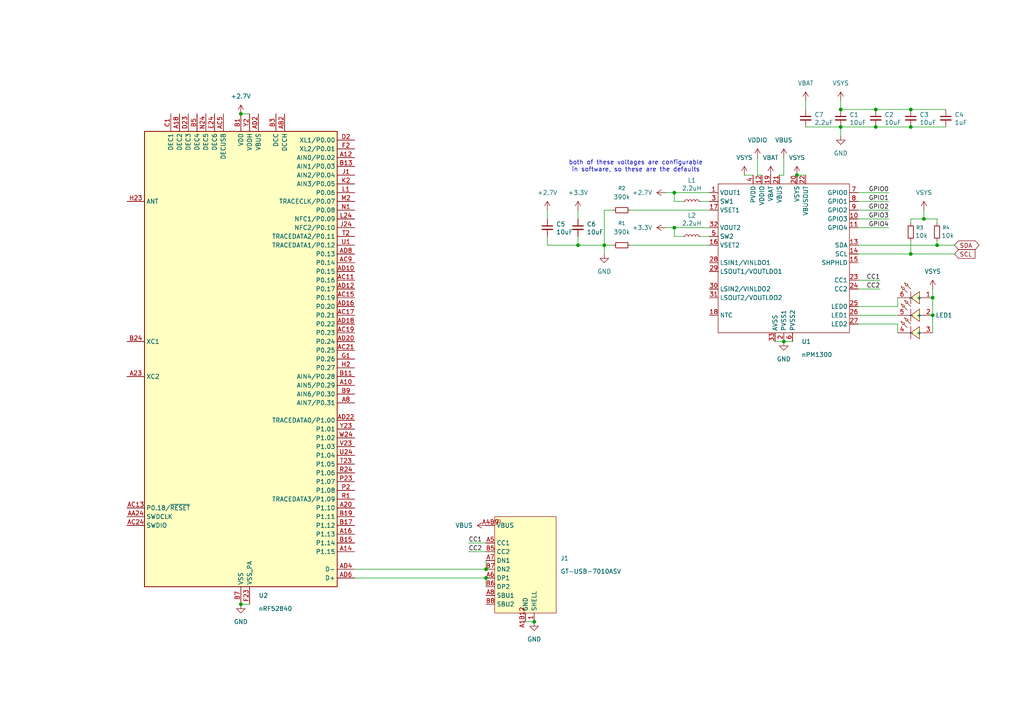
<source format=kicad_sch>
(kicad_sch (version 20250114) (generator "eeschema") (generator_version "9.0")
  (paper "A4")
  (lib_symbols
    (symbol "Device:C_Small" (pin_numbers (hide yes)) (pin_names (offset 0.254) (hide yes))
      (property "Reference" "C" (at 0.254 1.778 0))
      (property "Value" "C_Small" (at 0.254 -2.032 0))
      (symbol "C_Small_0_1"
        (polyline (pts (xy -1.524 0.508) (xy 1.524 0.508)) (stroke (width 0.3048)))
        (polyline (pts (xy -1.524 -0.508) (xy 1.524 -0.508)) (stroke (width 0.3302)))
      )
      (symbol "C_Small_1_1"
        (pin passive line (at 0 2.54 270) (length 2.032) (name "~") (number "1"))
        (pin passive line (at 0 -2.54 90) (length 2.032) (name "~") (number "2"))
      )
    )
    (symbol "Device:L_Small" (pin_numbers (hide yes)) (pin_names (offset 0.254) (hide yes))
      (property "Reference" "L" (at 0.762 1.016 0))
      (property "Value" "L_Small" (at 0.762 -1.016 0))
      (symbol "L_Small_0_1"
        (arc (start 0 2.032) (mid 0.5058 1.524) (end 0 1.016))
        (arc (start 0 1.016) (mid 0.5058 0.508) (end 0 0))
        (arc (start 0 0) (mid 0.5058 -0.508) (end 0 -1.016))
        (arc (start 0 -1.016) (mid 0.5058 -1.524) (end 0 -2.032))
      )
      (symbol "L_Small_1_1"
        (pin passive line (at 0 2.54 270) (length 0.508) (name "~") (number "1"))
        (pin passive line (at 0 -2.54 90) (length 0.508) (name "~") (number "2"))
      )
    )
    (symbol "Device:R_Small" (pin_numbers (hide yes)) (pin_names (offset 0.254) (hide yes))
      (property "Reference" "R" (at 0 0 90))
      (property "Value" "R_Small" (at 1.778 0 90))
      (symbol "R_Small_0_1"
        (rectangle (start -0.762 1.778) (end 0.762 -1.778) (stroke (width 0.2032)))
      )
      (symbol "R_Small_1_1"
        (pin passive line (at 0 2.54 270) (length 0.762) (name "~") (number "1"))
        (pin passive line (at 0 -2.54 90) (length 0.762) (name "~") (number "2"))
      )
    )
    (symbol "MCU_Nordic:nRF52840"
      (property "Reference" "U" (at 0 5.08 0))
      (property "Value" "nRF52840" (at 0 2.54 0))
      (symbol "nRF52840_0_1"
        (rectangle (start -27.94 66.04) (end 27.94 -66.04) (stroke (width 0.254)) (fill (type background)))
      )
      (symbol "nRF52840_1_1"
        (pin passive line (at -33.02 45.72 0) (length 5.08) (name "ANT") (number "H23"))
        (pin input line (at -33.02 5.08 0) (length 5.08) (name "XC1") (number "B24"))
        (pin input line (at -33.02 -5.08 0) (length 5.08) (name "XC2") (number "A23"))
        (pin bidirectional line (at -33.02 -43.18 0) (length 5.08) (name "P0.18/~{RESET}") (number "AC13"))
        (pin input line (at -33.02 -45.72 0) (length 5.08) (name "SWDCLK") (number "AA24"))
        (pin bidirectional line (at -33.02 -48.26 0) (length 5.08) (name "SWDIO") (number "AC24"))
        (pin passive line (at -20.32 71.12 270) (length 5.08) (name "DEC1") (number "C1"))
        (pin passive line (at -17.78 71.12 270) (length 5.08) (name "DEC2") (number "A18"))
        (pin passive line (at -15.24 71.12 270) (length 5.08) (name "DEC3") (number "D23"))
        (pin passive line (at -12.7 71.12 270) (length 5.08) (name "DEC4") (number "B5"))
        (pin passive line (at -10.16 71.12 270) (length 5.08) (name "DEC5") (number "N24"))
        (pin passive line (at -7.62 71.12 270) (length 5.08) (name "DEC6") (number "E24"))
        (pin passive line (at -5.08 71.12 270) (length 5.08) (name "DECUSB") (number "AC5"))
        (pin passive line (at 0 71.12 270) (length 5.08) (hide yes) (name "VDD") (number "A22"))
        (pin passive line (at 0 71.12 270) (length 5.08) (hide yes) (name "VDD") (number "AD14"))
        (pin passive line (at 0 71.12 270) (length 5.08) (hide yes) (name "VDD") (number "AD23"))
        (pin power_in line (at 0 71.12 270) (length 5.08) (name "VDD") (number "B1"))
        (pin passive line (at 0 71.12 270) (length 5.08) (hide yes) (name "VDD") (number "W1"))
        (pin power_in line (at 0 -71.12 90) (length 5.08) (name "VSS") (number "B7"))
        (pin passive line (at 0 -71.12 90) (length 5.08) (hide yes) (name "VSS") (number "EP"))
        (pin power_in line (at 2.54 71.12 270) (length 5.08) (name "VDDH") (number "Y2"))
        (pin power_in line (at 2.54 -71.12 90) (length 5.08) (name "VSS_PA") (number "F23"))
        (pin power_in line (at 5.08 71.12 270) (length 5.08) (name "VBUS") (number "AD2"))
        (pin power_out line (at 10.16 71.12 270) (length 5.08) (name "DCC") (number "B3"))
        (pin power_out line (at 12.7 71.12 270) (length 5.08) (name "DCCH") (number "AB2"))
        (pin bidirectional line (at 33.02 63.5 180) (length 5.08) (name "XL1/P0.00") (number "D2"))
        (pin bidirectional line (at 33.02 60.96 180) (length 5.08) (name "XL2/P0.01") (number "F2"))
        (pin bidirectional line (at 33.02 58.42 180) (length 5.08) (name "AIN0/P0.02") (number "A12"))
        (pin bidirectional line (at 33.02 55.88 180) (length 5.08) (name "AIN1/P0.03") (number "B13"))
        (pin bidirectional line (at 33.02 53.34 180) (length 5.08) (name "AIN2/P0.04") (number "J1"))
        (pin bidirectional line (at 33.02 50.8 180) (length 5.08) (name "AIN3/P0.05") (number "K2"))
        (pin bidirectional line (at 33.02 48.26 180) (length 5.08) (name "P0.06") (number "L1"))
        (pin bidirectional line (at 33.02 45.72 180) (length 5.08) (name "TRACECLK/P0.07") (number "M2"))
        (pin bidirectional line (at 33.02 43.18 180) (length 5.08) (name "P0.08") (number "N1"))
        (pin bidirectional line (at 33.02 40.64 180) (length 5.08) (name "NFC1/P0.09") (number "L24"))
        (pin bidirectional line (at 33.02 38.1 180) (length 5.08) (name "NFC2/P0.10") (number "J24"))
        (pin bidirectional line (at 33.02 35.56 180) (length 5.08) (name "TRACEDATA2/P0.11") (number "T2"))
        (pin bidirectional line (at 33.02 33.02 180) (length 5.08) (name "TRACEDATA1/P0.12") (number "U1"))
        (pin bidirectional line (at 33.02 30.48 180) (length 5.08) (name "P0.13") (number "AD8"))
        (pin bidirectional line (at 33.02 27.94 180) (length 5.08) (name "P0.14") (number "AC9"))
        (pin bidirectional line (at 33.02 25.4 180) (length 5.08) (name "P0.15") (number "AD10"))
        (pin bidirectional line (at 33.02 22.86 180) (length 5.08) (name "P0.16") (number "AC11"))
        (pin bidirectional line (at 33.02 20.32 180) (length 5.08) (name "P0.17") (number "AD12"))
        (pin bidirectional line (at 33.02 17.78 180) (length 5.08) (name "P0.19") (number "AC15"))
        (pin bidirectional line (at 33.02 15.24 180) (length 5.08) (name "P0.20") (number "AD16"))
        (pin bidirectional line (at 33.02 12.7 180) (length 5.08) (name "P0.21") (number "AC17"))
        (pin bidirectional line (at 33.02 10.16 180) (length 5.08) (name "P0.22") (number "AD18"))
        (pin bidirectional line (at 33.02 7.62 180) (length 5.08) (name "P0.23") (number "AC19"))
        (pin bidirectional line (at 33.02 5.08 180) (length 5.08) (name "P0.24") (number "AD20"))
        (pin bidirectional line (at 33.02 2.54 180) (length 5.08) (name "P0.25") (number "AC21"))
        (pin bidirectional line (at 33.02 0 180) (length 5.08) (name "P0.26") (number "G1"))
        (pin bidirectional line (at 33.02 -2.54 180) (length 5.08) (name "P0.27") (number "H2"))
        (pin bidirectional line (at 33.02 -5.08 180) (length 5.08) (name "AIN4/P0.28") (number "B11"))
        (pin bidirectional line (at 33.02 -7.62 180) (length 5.08) (name "AIN5/P0.29") (number "A10"))
        (pin bidirectional line (at 33.02 -10.16 180) (length 5.08) (name "AIN6/P0.30") (number "B9"))
        (pin bidirectional line (at 33.02 -12.7 180) (length 5.08) (name "AIN7/P0.31") (number "A8"))
        (pin bidirectional line (at 33.02 -17.78 180) (length 5.08) (name "TRACEDATA0/P1.00") (number "AD22"))
        (pin bidirectional line (at 33.02 -20.32 180) (length 5.08) (name "P1.01") (number "Y23"))
        (pin bidirectional line (at 33.02 -22.86 180) (length 5.08) (name "P1.02") (number "W24"))
        (pin bidirectional line (at 33.02 -25.4 180) (length 5.08) (name "P1.03") (number "V23"))
        (pin bidirectional line (at 33.02 -27.94 180) (length 5.08) (name "P1.04") (number "U24"))
        (pin bidirectional line (at 33.02 -30.48 180) (length 5.08) (name "P1.05") (number "T23"))
        (pin bidirectional line (at 33.02 -33.02 180) (length 5.08) (name "P1.06") (number "R24"))
        (pin bidirectional line (at 33.02 -35.56 180) (length 5.08) (name "P1.07") (number "P23"))
        (pin bidirectional line (at 33.02 -38.1 180) (length 5.08) (name "P1.08") (number "P2"))
        (pin bidirectional line (at 33.02 -40.64 180) (length 5.08) (name "TRACEDATA3/P1.09") (number "R1"))
        (pin bidirectional line (at 33.02 -43.18 180) (length 5.08) (name "P1.10") (number "A20"))
        (pin bidirectional line (at 33.02 -45.72 180) (length 5.08) (name "P1.11") (number "B19"))
        (pin bidirectional line (at 33.02 -48.26 180) (length 5.08) (name "P1.12") (number "B17"))
        (pin bidirectional line (at 33.02 -50.8 180) (length 5.08) (name "P1.13") (number "A16"))
        (pin bidirectional line (at 33.02 -53.34 180) (length 5.08) (name "P1.14") (number "B15"))
        (pin bidirectional line (at 33.02 -55.88 180) (length 5.08) (name "P1.15") (number "A14"))
        (pin bidirectional line (at 33.02 -60.96 180) (length 5.08) (name "D-") (number "AD4"))
        (pin bidirectional line (at 33.02 -63.5 180) (length 5.08) (name "D+") (number "AD6"))
      )
    )
    (symbol "easyeda2kicad:GT-USB-7010ASV"
      (property "Reference" "J" (at -0.254 22.86 0))
      (property "Value" "GT-USB-7010ASV" (at -0.762 19.558 0))
      (symbol "GT-USB-7010ASV_0_1"
        (rectangle (start -10.16 17.78) (end 7.62 -10.16) (fill (type background)))
        (circle (center -8.89 16.51) (radius 0.38))
        (pin unspecified line (at -12.7 10.16 0) (length 2.54) (name "CC1") (number "A5"))
        (pin unspecified line (at -12.7 7.62 0) (length 2.54) (name "CC2") (number "B5"))
        (pin unspecified line (at -12.7 5.08 0) (length 2.54) (name "DN1") (number "A7"))
        (pin unspecified line (at -12.7 2.54 0) (length 2.54) (name "DN2") (number "B7"))
        (pin unspecified line (at -12.7 0 0) (length 2.54) (name "DP1") (number "A6"))
        (pin unspecified line (at -12.7 -2.54 0) (length 2.54) (name "DP2") (number "B6"))
        (pin unspecified line (at -12.7 -5.08 0) (length 2.54) (name "SBU1") (number "A8"))
        (pin unspecified line (at -12.7 -7.62 0) (length 2.54) (name "SBU2") (number "B8"))
      )
      (symbol "GT-USB-7010ASV_1_1"
        (pin unspecified line (at -12.7 15.24 0) (length 2.54) (name "VBUS") (number "A4B9"))
        (pin unspecified line (at -12.7 15.24 0) (length 2.54) (hide yes) (name "VBUS") (number "B4A9"))
        (pin unspecified line (at -1.27 -12.7 90) (length 2.54) (name "GND") (number "A1B12"))
        (pin unspecified line (at -1.27 -12.7 90) (length 2.54) (hide yes) (name "GND") (number "B1A12"))
        (pin unspecified line (at 1.27 -12.7 90) (length 2.54) (name "SHELL") (number "1"))
        (pin unspecified line (at 1.27 -12.7 90) (length 2.54) (hide yes) (name "SHELL") (number "2"))
        (pin unspecified line (at 1.27 -12.7 90) (length 2.54) (hide yes) (name "SHELL") (number "3"))
        (pin unspecified line (at 1.27 -12.7 90) (length 2.54) (hide yes) (name "SHELL") (number "4"))
      )
    )
    (symbol "easyeda2kicad:TC5050RGBF08-3CJH-AF53A"
      (property "Reference" "LED" (at 0 10.16 0))
      (property "Value" "TC5050RGBF08-3CJH-AF53A" (at 0 -10.16 0))
      (symbol "TC5050RGBF08-3CJH-AF53A_0_1"
        (polyline (pts (xy -2.54 5.08) (xy -1.27 5.08)))
        (polyline (pts (xy -2.54 0) (xy -1.27 0)))
        (polyline (pts (xy -2.54 -5.08) (xy -1.27 -5.08)))
        (polyline (pts (xy -1.27 6.86) (xy 1.27 5.08) (xy -1.27 3.3) (xy -1.27 6.86)) (fill (type background)))
        (polyline (pts (xy -1.27 1.78) (xy 1.27 0) (xy -1.27 -1.78) (xy -1.27 1.78)) (fill (type background)))
        (polyline (pts (xy -1.27 -3.3) (xy 1.27 -5.08) (xy -1.27 -6.86) (xy -1.27 -3.3)) (fill (type background)))
        (polyline (pts (xy 1.27 7.62) (xy 2.29 8.64) (xy 1.27 7.62)) (fill (type background)))
        (polyline (pts (xy 1.27 6.86) (xy 1.27 3.3)))
        (polyline (pts (xy 1.27 5.08) (xy 2.54 5.08)))
        (polyline (pts (xy 1.27 2.54) (xy 2.29 3.56) (xy 1.27 2.54)) (fill (type background)))
        (polyline (pts (xy 1.27 1.78) (xy 1.27 -1.78)))
        (polyline (pts (xy 1.27 0) (xy 2.54 0)))
        (polyline (pts (xy 1.27 -2.54) (xy 2.29 -1.52) (xy 1.27 -2.54)) (fill (type background)))
        (polyline (pts (xy 1.27 -3.3) (xy 1.27 -6.86)))
        (polyline (pts (xy 1.27 -5.08) (xy 2.54 -5.08)))
        (polyline (pts (xy 2.29 6.6) (xy 3.3 7.62) (xy 2.29 6.6)) (fill (type background)))
        (polyline (pts (xy 2.29 1.52) (xy 3.3 2.54) (xy 2.29 1.52)) (fill (type background)))
        (polyline (pts (xy 2.29 -3.56) (xy 3.3 -2.54) (xy 2.29 -3.56)) (fill (type background)))
        (polyline (pts (xy 3.05 9.4) (xy 2.03 8.89) (xy 2.54 8.38) (xy 3.05 9.4)) (fill (type background)))
        (polyline (pts (xy 3.05 4.32) (xy 2.03 3.81) (xy 2.54 3.3) (xy 3.05 4.32)) (fill (type background)))
        (polyline (pts (xy 3.05 -0.76) (xy 2.03 -1.27) (xy 2.54 -1.78) (xy 3.05 -0.76)) (fill (type background)))
        (polyline (pts (xy 4.06 8.38) (xy 3.05 7.87) (xy 3.56 7.37) (xy 4.06 8.38)) (fill (type background)))
        (polyline (pts (xy 4.06 3.3) (xy 3.05 2.79) (xy 3.56 2.29) (xy 4.06 3.3)) (fill (type background)))
        (polyline (pts (xy 4.06 -1.78) (xy 3.05 -2.29) (xy 3.56 -2.79) (xy 4.06 -1.78)) (fill (type background)))
        (pin unspecified line (at -5.08 5.08 0) (length 2.54) (name "+") (number "1"))
        (pin unspecified line (at -5.08 0 0) (length 2.54) (name "+") (number "2"))
        (pin unspecified line (at -5.08 -5.08 0) (length 2.54) (name "+") (number "3"))
        (pin unspecified line (at 5.08 5.08 180) (length 2.54) (name "-") (number "6"))
        (pin unspecified line (at 5.08 0 180) (length 2.54) (name "-") (number "5"))
        (pin unspecified line (at 5.08 -5.08 180) (length 2.54) (name "-") (number "4"))
      )
    )
    (symbol "nPM:nPM1300"
      (property "Reference" "U" (at -14.986 -0.254 0))
      (property "Value" "nPM1300" (at -14.986 -2.54 0))
      (symbol "nPM1300_0_1"
        (rectangle (start -19.05 -5.08) (end 19.05 -48.26))
      )
      (symbol "nPM1300_1_1"
        (pin power_out line (at -21.59 -7.62 0) (length 2.54) (name "VOUT1") (number "1"))
        (pin power_out line (at -21.59 -10.16 0) (length 2.54) (name "SW1") (number "3"))
        (pin input line (at -21.59 -12.7 0) (length 2.54) (name "VSET1") (number "17"))
        (pin power_out line (at -21.59 -17.78 0) (length 2.54) (name "VOUT2") (number "32"))
        (pin power_out line (at -21.59 -20.32 0) (length 2.54) (name "SW2") (number "5"))
        (pin input line (at -21.59 -22.86 0) (length 2.54) (name "VSET2") (number "16"))
        (pin power_in line (at -21.59 -27.94 0) (length 2.54) (name "LSIN1/VINLDO1") (number "28"))
        (pin power_out line (at -21.59 -30.48 0) (length 2.54) (name "LSOUT1/VOUTLDO1") (number "29"))
        (pin power_in line (at -21.59 -35.56 0) (length 2.54) (name "LSIN2/VINLDO2") (number "30"))
        (pin power_out line (at -21.59 -38.1 0) (length 2.54) (name "LSOUT2/VOUTLDO2") (number "31"))
        (pin input line (at -21.59 -43.18 0) (length 2.54) (name "NTC") (number "18"))
        (pin power_in line (at -8.89 -2.54 270) (length 2.54) (name "PVDD") (number "4"))
        (pin power_in line (at -6.35 -2.54 270) (length 2.54) (name "VDDIO") (number "12"))
        (pin power_in line (at -3.81 -2.54 270) (length 2.54) (name "VBAT") (number "19"))
        (pin power_in line (at -2.54 -50.8 90) (length 2.54) (name "AVSS") (number "33"))
        (pin power_in line (at -1.27 -2.54 270) (length 2.54) (name "VBUS") (number "21"))
        (pin power_in line (at 0 -50.8 90) (length 2.54) (name "PVSS1") (number "2"))
        (pin power_in line (at 2.54 -50.8 90) (length 2.54) (name "PVSS2") (number "6"))
        (pin power_out line (at 3.81 -2.54 270) (length 2.54) (name "VSYS") (number "20"))
        (pin power_out line (at 6.35 -2.54 270) (length 2.54) (name "VBUSOUT") (number "22"))
        (pin bidirectional line (at 21.59 -7.62 180) (length 2.54) (name "GPIO0") (number "7"))
        (pin bidirectional line (at 21.59 -10.16 180) (length 2.54) (name "GPIO1") (number "8"))
        (pin bidirectional line (at 21.59 -12.7 180) (length 2.54) (name "GPIO2") (number "9"))
        (pin bidirectional line (at 21.59 -15.24 180) (length 2.54) (name "GPIO3") (number "10"))
        (pin bidirectional line (at 21.59 -17.78 180) (length 2.54) (name "GPIO4") (number "11"))
        (pin bidirectional line (at 21.59 -22.86 180) (length 2.54) (name "SDA") (number "13"))
        (pin input line (at 21.59 -25.4 180) (length 2.54) (name "SCL") (number "14"))
        (pin input line (at 21.59 -27.94 180) (length 2.54) (name "SHPHLD") (number "15"))
        (pin input line (at 21.59 -33.02 180) (length 2.54) (name "CC1") (number "23"))
        (pin input line (at 21.59 -35.56 180) (length 2.54) (name "CC2") (number "24"))
        (pin output line (at 21.59 -40.64 180) (length 2.54) (name "LED0") (number "25"))
        (pin output line (at 21.59 -43.18 180) (length 2.54) (name "LED1") (number "26"))
        (pin output line (at 21.59 -45.72 180) (length 2.54) (name "LED2") (number "27"))
      )
    )
    (symbol "power:+3.3V" (power) (pin_numbers (hide yes)) (pin_names (offset 0) (hide yes))
      (property "Value" "+3.3V" (at 0 3.556 0))
      (symbol "+3.3V_0_1"
        (polyline (pts (xy -0.762 1.27) (xy 0 2.54)))
        (polyline (pts (xy 0 2.54) (xy 0.762 1.27)))
        (polyline (pts (xy 0 0) (xy 0 2.54)))
      )
      (symbol "+3.3V_1_1"
        (pin power_in line (at 0 0 90) (length 0) (name "~") (number "1"))
      )
    )
    (symbol "power:GND" (power) (pin_numbers (hide yes)) (pin_names (offset 0) (hide yes))
      (property "Value" "GND" (at 0 -3.81 0))
      (symbol "GND_0_1"
        (polyline (pts (xy 0 0) (xy 0 -1.27) (xy 1.27 -1.27) (xy 0 -2.54) (xy -1.27 -1.27) (xy 0 -1.27)))
      )
      (symbol "GND_1_1"
        (pin power_in line (at 0 0 270) (length 0) (name "~") (number "1"))
      )
    )
    (symbol "power:VBUS" (power) (pin_numbers (hide yes)) (pin_names (offset 0) (hide yes))
      (property "Value" "VBUS" (at 0 3.556 0))
      (symbol "VBUS_0_1"
        (polyline (pts (xy -0.762 1.27) (xy 0 2.54)))
        (polyline (pts (xy 0 2.54) (xy 0.762 1.27)))
        (polyline (pts (xy 0 0) (xy 0 2.54)))
      )
      (symbol "VBUS_1_1"
        (pin power_in line (at 0 0 90) (length 0) (name "~") (number "1"))
      )
    )
  )
  (text "both of these voltages are configurable\nin software, so these are the defaults" (at 184.404 48.26 0) (effects (font (size 1.27 1.27))))
  (junction (at 69.85 175.26))
  (junction (at 270.51 91.44))
  (junction (at 231.14 50.8))
  (junction (at 154.94 180.34))
  (junction (at 243.84 31.75))
  (junction (at 254 36.83))
  (junction (at 271.78 71.12))
  (junction (at 243.84 36.83))
  (junction (at 140.97 167.64))
  (junction (at 175.26 71.12))
  (junction (at 264.16 31.75))
  (junction (at 140.97 165.1))
  (junction (at 270.51 86.36))
  (junction (at 267.97 63.5))
  (junction (at 195.58 55.88))
  (junction (at 264.16 36.83))
  (junction (at 167.64 71.12))
  (junction (at 195.58 66.04))
  (junction (at 254 31.75))
  (junction (at 69.85 33.02))
  (junction (at 264.16 73.66))
  (junction (at 227.33 99.06))
  (wire (pts (xy 248.92 63.5) (xy 257.81 63.5)))
  (wire (pts (xy 276.86 73.66) (xy 264.16 73.66)))
  (wire (pts (xy 219.71 50.8) (xy 220.98 50.8)))
  (wire (pts (xy 248.92 66.04) (xy 257.81 66.04)))
  (wire (pts (xy 195.58 66.04) (xy 205.74 66.04)))
  (wire (pts (xy 140.97 167.64) (xy 140.97 170.18)))
  (wire (pts (xy 102.87 165.1) (xy 140.97 165.1)))
  (wire (pts (xy 264.16 36.83) (xy 274.32 36.83)))
  (wire (pts (xy 248.92 81.28) (xy 255.27 81.28)))
  (wire (pts (xy 264.16 63.5) (xy 267.97 63.5)))
  (wire (pts (xy 224.79 99.06) (xy 227.33 99.06)))
  (wire (pts (xy 195.58 55.88) (xy 205.74 55.88)))
  (wire (pts (xy 260.35 88.9) (xy 260.35 86.36)))
  (wire (pts (xy 215.9 50.8) (xy 218.44 50.8)))
  (wire (pts (xy 264.16 63.5) (xy 264.16 64.77)))
  (wire (pts (xy 264.16 69.85) (xy 264.16 73.66)))
  (wire (pts (xy 243.84 31.75) (xy 254 31.75)))
  (wire (pts (xy 167.64 68.58) (xy 167.64 71.12)))
  (wire (pts (xy 69.85 33.02) (xy 72.39 33.02)))
  (wire (pts (xy 233.68 29.21) (xy 233.68 31.75)))
  (wire (pts (xy 243.84 39.37) (xy 243.84 36.83)))
  (wire (pts (xy 198.12 68.58) (xy 195.58 68.58)))
  (wire (pts (xy 182.88 71.12) (xy 205.74 71.12)))
  (wire (pts (xy 248.92 55.88) (xy 257.81 55.88)))
  (wire (pts (xy 102.87 167.64) (xy 140.97 167.64)))
  (wire (pts (xy 152.4 180.34) (xy 154.94 180.34)))
  (wire (pts (xy 195.58 68.58) (xy 195.58 66.04)))
  (wire (pts (xy 195.58 58.42) (xy 195.58 55.88)))
  (wire (pts (xy 227.33 45.72) (xy 227.33 50.8)))
  (wire (pts (xy 205.74 58.42) (xy 203.2 58.42)))
  (wire (pts (xy 69.85 175.26) (xy 72.39 175.26)))
  (wire (pts (xy 227.33 99.06) (xy 229.87 99.06)))
  (wire (pts (xy 248.92 58.42) (xy 257.81 58.42)))
  (wire (pts (xy 231.14 50.8) (xy 233.68 50.8)))
  (wire (pts (xy 167.64 71.12) (xy 175.26 71.12)))
  (wire (pts (xy 248.92 93.98) (xy 260.35 93.98)))
  (wire (pts (xy 198.12 58.42) (xy 195.58 58.42)))
  (wire (pts (xy 254 36.83) (xy 264.16 36.83)))
  (wire (pts (xy 205.74 68.58) (xy 203.2 68.58)))
  (wire (pts (xy 248.92 83.82) (xy 255.27 83.82)))
  (wire (pts (xy 135.89 157.48) (xy 140.97 157.48)))
  (wire (pts (xy 254 31.75) (xy 264.16 31.75)))
  (wire (pts (xy 193.04 66.04) (xy 195.58 66.04)))
  (wire (pts (xy 158.75 68.58) (xy 158.75 71.12)))
  (wire (pts (xy 167.64 60.96) (xy 167.64 63.5)))
  (wire (pts (xy 219.71 45.72) (xy 219.71 50.8)))
  (wire (pts (xy 248.92 71.12) (xy 271.78 71.12)))
  (wire (pts (xy 175.26 71.12) (xy 175.26 73.66)))
  (wire (pts (xy 271.78 69.85) (xy 271.78 71.12)))
  (wire (pts (xy 158.75 71.12) (xy 167.64 71.12)))
  (wire (pts (xy 270.51 91.44) (xy 270.51 96.52)))
  (wire (pts (xy 267.97 60.96) (xy 267.97 63.5)))
  (wire (pts (xy 158.75 60.96) (xy 158.75 63.5)))
  (wire (pts (xy 270.51 86.36) (xy 270.51 91.44)))
  (wire (pts (xy 193.04 55.88) (xy 195.58 55.88)))
  (wire (pts (xy 248.92 73.66) (xy 264.16 73.66)))
  (wire (pts (xy 260.35 93.98) (xy 260.35 96.52)))
  (wire (pts (xy 248.92 88.9) (xy 260.35 88.9)))
  (wire (pts (xy 175.26 60.96) (xy 177.8 60.96)))
  (wire (pts (xy 175.26 60.96) (xy 175.26 71.12)))
  (wire (pts (xy 227.33 50.8) (xy 226.06 50.8)))
  (wire (pts (xy 135.89 160.02) (xy 140.97 160.02)))
  (wire (pts (xy 271.78 63.5) (xy 271.78 64.77)))
  (wire (pts (xy 276.86 71.12) (xy 271.78 71.12)))
  (wire (pts (xy 270.51 83.82) (xy 270.51 86.36)))
  (wire (pts (xy 140.97 162.56) (xy 140.97 165.1)))
  (wire (pts (xy 248.92 91.44) (xy 260.35 91.44)))
  (wire (pts (xy 267.97 63.5) (xy 271.78 63.5)))
  (wire (pts (xy 175.26 71.12) (xy 177.8 71.12)))
  (wire (pts (xy 243.84 29.21) (xy 243.84 31.75)))
  (wire (pts (xy 243.84 36.83) (xy 254 36.83)))
  (wire (pts (xy 248.92 60.96) (xy 257.81 60.96)))
  (wire (pts (xy 182.88 60.96) (xy 205.74 60.96)))
  (wire (pts (xy 264.16 31.75) (xy 274.32 31.75)))
  (wire (pts (xy 233.68 36.83) (xy 243.84 36.83)))
  (label "CC2" (at 135.89 160.02 0))
  (label "GPIO4" (at 257.81 66.04 180))
  (label "CC2" (at 255.27 83.82 180))
  (label "GPIO3" (at 257.81 63.5 180))
  (label "CC1" (at 255.27 81.28 180))
  (label "GPIO0" (at 257.81 55.88 180))
  (label "CC1" (at 135.89 157.48 0))
  (label "GPIO2" (at 257.81 60.96 180))
  (label "GPIO1" (at 257.81 58.42 180))
  (global_label "SDA" (shape bidirectional) (at 276.86 71.12 0) (property "Intersheetrefs" "${INTERSHEET_REFS}" (effects (hide yes))))
  (global_label "SCL" (shape input) (at 276.86 73.66 0) (property "Intersheetrefs" "${INTERSHEET_REFS}" (effects (hide yes))))
  (symbol (lib_id "power:GND") (at 243.84 39.37 0) (unit 1)
    (property "Reference" "#PWR015" (effects (hide yes)))
    (property "Value" "GND" (at 243.84 44.45 0))
    (property "Description" "Power symbol creates a global label with name \"GND\" , ground" (effects (hide yes)))
  )
  (symbol (lib_id "Device:C_Small") (at 264.16 34.29 0) (unit 1)
    (property "Reference" "C3" (at 266.7 33.274 0) (effects (justify left)))
    (property "Value" "10uF" (at 266.7 35.56 0) (effects (justify left)))
    (property "Footprint" "Capacitor_SMD:C_0805_2012Metric_Pad1.18x1.45mm_HandSolder" (effects (hide yes)))
    (property "Description" "Unpolarized capacitor, small symbol" (effects (hide yes)))
  )
  (symbol (lib_id "power:GND") (at 227.33 99.06 0) (unit 1)
    (property "Reference" "#PWR04" (effects (hide yes)))
    (property "Value" "GND" (at 227.33 104.14 0))
    (property "Description" "Power symbol creates a global label with name \"GND\" , ground" (effects (hide yes)))
  )
  (symbol (lib_id "power:VBUS") (at 140.97 152.4 90) (unit 1)
    (property "Reference" "#PWR02" (effects (hide yes)))
    (property "Value" "VBUS" (at 137.16 152.3999 90) (effects (justify left)))
    (property "Description" "Power symbol creates a global label with name \"VBUS\"" (effects (hide yes)))
  )
  (symbol (lib_id "power:VBUS") (at 219.71 45.72 0) (unit 1)
    (property "Reference" "#PWR011" (effects (hide yes)))
    (property "Value" "VDDIO" (at 219.71 40.64 0))
    (property "Description" "Power symbol creates a global label with name \"VBUS\"" (effects (hide yes)))
  )
  (symbol (lib_id "Device:C_Small") (at 158.75 66.04 0) (unit 1)
    (property "Reference" "C5" (at 161.29 65.024 0) (effects (justify left)))
    (property "Value" "10uF" (at 161.29 67.31 0) (effects (justify left)))
    (property "Footprint" "Capacitor_SMD:C_0805_2012Metric_Pad1.18x1.45mm_HandSolder" (effects (hide yes)))
    (property "Description" "Unpolarized capacitor, small symbol" (effects (hide yes)))
  )
  (symbol (lib_id "power:VBUS") (at 223.52 50.8 0) (unit 1)
    (property "Reference" "#PWR019" (effects (hide yes)))
    (property "Value" "VBAT" (at 223.52 45.72 0))
    (property "Description" "Power symbol creates a global label with name \"VBUS\"" (effects (hide yes)))
  )
  (symbol (lib_id "Device:R_Small") (at 271.78 67.31 180) (unit 1)
    (property "Reference" "R4" (at 273.304 66.04 0) (effects (font (size 1.016 1.016)) (justify right)))
    (property "Value" "10k" (at 273.05 68.326 0) (effects (justify right)))
    (property "Footprint" "Resistor_SMD:R_0402_1005Metric_Pad0.72x0.64mm_HandSolder" (effects (hide yes)))
    (property "Description" "Resistor, small symbol" (effects (hide yes)))
  )
  (symbol (lib_id "Device:C_Small") (at 254 34.29 0) (unit 1)
    (property "Reference" "C2" (at 256.54 33.274 0) (effects (justify left)))
    (property "Value" "10uF" (at 256.54 35.56 0) (effects (justify left)))
    (property "Footprint" "Capacitor_SMD:C_0805_2012Metric_Pad1.18x1.45mm_HandSolder" (effects (hide yes)))
    (property "Description" "Unpolarized capacitor, small symbol" (effects (hide yes)))
  )
  (symbol (lib_id "easyeda2kicad:TC5050RGBF08-3CJH-AF53A") (at 265.43 91.44 0) (mirror y) (unit 1)
    (property "Reference" "LED1" (at 273.812 91.44 0))
    (property "Value" "TC5050RGBF08-3CJH-AF53A" (effects (hide yes)))
    (property "Footprint" "easyeda2kicad:LED-SMD_6P-L5.0-W5.0-TL_TC5050RGBF08" (effects (hide yes)))
    (property "Datasheet" "https://lcsc.com/product-detail/Light-Emitting-Diodes-LED_TCWIN-TC5050RGBF08-3CJH-AF53A_C784540.html" (effects (hide yes)))
    (property "LCSC Part" "C784540" (effects (hide yes)))
  )
  (symbol (lib_id "power:VBUS") (at 231.14 50.8 0) (unit 1)
    (property "Reference" "#PWR012" (effects (hide yes)))
    (property "Value" "VSYS" (at 231.14 45.72 0))
    (property "Description" "Power symbol creates a global label with name \"VBUS\"" (effects (hide yes)))
  )
  (symbol (lib_id "power:+3.3V") (at 69.85 33.02 0) (unit 1)
    (property "Reference" "#PWR010" (effects (hide yes)))
    (property "Value" "+2.7V" (at 69.85 27.94 0))
    (property "Description" "Power symbol creates a global label with name \"+3.3V\"" (effects (hide yes)))
  )
  (symbol (lib_id "power:VBUS") (at 267.97 60.96 0) (unit 1)
    (property "Reference" "#PWR016" (effects (hide yes)))
    (property "Value" "VSYS" (at 267.97 55.88 0))
    (property "Description" "Power symbol creates a global label with name \"VBUS\"" (effects (hide yes)))
  )
  (symbol (lib_id "Device:C_Small") (at 167.64 66.04 0) (unit 1)
    (property "Reference" "C6" (at 170.18 65.024 0) (effects (justify left)))
    (property "Value" "10uF" (at 170.18 67.31 0) (effects (justify left)))
    (property "Footprint" "Capacitor_SMD:C_0805_2012Metric_Pad1.18x1.45mm_HandSolder" (effects (hide yes)))
    (property "Description" "Unpolarized capacitor, small symbol" (effects (hide yes)))
  )
  (symbol (lib_id "power:GND") (at 69.85 175.26 0) (unit 1)
    (property "Reference" "#PWR06" (effects (hide yes)))
    (property "Value" "GND" (at 69.85 180.34 0))
    (property "Description" "Power symbol creates a global label with name \"GND\" , ground" (effects (hide yes)))
  )
  (symbol (lib_id "easyeda2kicad:GT-USB-7010ASV") (at 153.67 167.64 0) (unit 1)
    (property "Reference" "J1" (at 162.56 161.9249 0) (effects (justify left)))
    (property "Value" "GT-USB-7010ASV" (at 162.56 165.7349 0) (effects (justify left)))
    (property "Footprint" "easyeda2kicad:USB-C-SMD_G-SWITCH_GT-USB-7010ASV" (effects (hide yes)))
    (property "LCSC Part" "C2988369" (effects (hide yes)))
  )
  (symbol (lib_id "power:VBUS") (at 270.51 83.82 0) (unit 1)
    (property "Reference" "#PWR09" (effects (hide yes)))
    (property "Value" "VSYS" (at 270.51 78.74 0))
    (property "Description" "Power symbol creates a global label with name \"VBUS\"" (effects (hide yes)))
  )
  (symbol (lib_id "power:VBUS") (at 243.84 29.21 0) (unit 1)
    (property "Reference" "#PWR014" (effects (hide yes)))
    (property "Value" "VSYS" (at 243.84 24.13 0))
    (property "Description" "Power symbol creates a global label with name \"VBUS\"" (effects (hide yes)))
  )
  (symbol (lib_id "power:+3.3V") (at 193.04 55.88 90) (unit 1)
    (property "Reference" "#PWR07" (effects (hide yes)))
    (property "Value" "+2.7V" (at 189.23 55.8799 90) (effects (justify left)))
    (property "Description" "Power symbol creates a global label with name \"+3.3V\"" (effects (hide yes)))
  )
  (symbol (lib_id "Device:C_Small") (at 233.68 34.29 0) (unit 1)
    (property "Reference" "C7" (at 236.22 33.274 0) (effects (justify left)))
    (property "Value" "2.2uF" (at 236.22 35.56 0) (effects (justify left)))
    (property "Footprint" "Capacitor_SMD:C_0805_2012Metric_Pad1.18x1.45mm_HandSolder" (effects (hide yes)))
    (property "Description" "Unpolarized capacitor, small symbol" (effects (hide yes)))
  )
  (symbol (lib_id "Device:L_Small") (at 200.66 58.42 90) (unit 1)
    (property "Reference" "L1" (at 200.66 52.324 90))
    (property "Value" "2.2uH" (at 200.66 54.61 90))
    (property "Footprint" "Inductor_SMD:L_1008_2520Metric_Pad1.43x2.20mm_HandSolder" (effects (hide yes)))
    (property "Description" "Inductor, small symbol" (effects (hide yes)))
  )
  (symbol (lib_id "power:+3.3V") (at 193.04 66.04 90) (unit 1)
    (property "Reference" "#PWR08" (effects (hide yes)))
    (property "Value" "+3.3V" (at 189.23 66.0399 90) (effects (justify left)))
    (property "Description" "Power symbol creates a global label with name \"+3.3V\"" (effects (hide yes)))
  )
  (symbol (lib_id "Device:R_Small") (at 264.16 67.31 180) (unit 1)
    (property "Reference" "R3" (at 265.684 66.04 0) (effects (font (size 1.016 1.016)) (justify right)))
    (property "Value" "10k" (at 265.43 68.326 0) (effects (justify right)))
    (property "Footprint" "Resistor_SMD:R_0402_1005Metric_Pad0.72x0.64mm_HandSolder" (effects (hide yes)))
    (property "Description" "Resistor, small symbol" (effects (hide yes)))
  )
  (symbol (lib_id "power:VBUS") (at 227.33 45.72 0) (unit 1)
    (property "Reference" "#PWR01" (effects (hide yes)))
    (property "Value" "VBUS" (at 227.33 40.64 0))
    (property "Description" "Power symbol creates a global label with name \"VBUS\"" (effects (hide yes)))
  )
  (symbol (lib_id "MCU_Nordic:nRF52840") (at 69.85 104.14 0) (unit 1)
    (property "Reference" "U2" (at 75.005 172.72 0) (effects (justify left)))
    (property "Value" "nRF52840" (at 75.005 176.53 0) (effects (justify left)))
    (property "Footprint" "Package_DFN_QFN:Nordic_AQFN-73-1EP_7x7mm_P0.5mm" (effects (hide yes)))
    (property "Datasheet" "http://infocenter.nordicsemi.com/topic/com.nordic.infocenter.nrf52/dita/nrf52/chips/nrf52840.html" (effects (hide yes)))
    (property "Description" "Multiprotocol BLE/ANT/2.4 GHz/802.15.4 Cortex-M4F SoC, AQFN-73" (effects (hide yes)))
  )
  (symbol (lib_id "power:+3.3V") (at 167.64 60.96 0) (unit 1)
    (property "Reference" "#PWR018" (effects (hide yes)))
    (property "Value" "+3.3V" (at 167.64 55.88 0))
    (property "Description" "Power symbol creates a global label with name \"+3.3V\"" (effects (hide yes)))
  )
  (symbol (lib_id "Device:R_Small") (at 180.34 60.96 90) (unit 1)
    (property "Reference" "R2" (at 180.34 54.61 90) (effects (font (size 1.016 1.016))))
    (property "Value" "390k" (at 180.34 57.15 90))
    (property "Footprint" "Resistor_SMD:R_0402_1005Metric_Pad0.72x0.64mm_HandSolder" (effects (hide yes)))
    (property "Description" "Resistor, small symbol" (effects (hide yes)))
  )
  (symbol (lib_id "power:+3.3V") (at 158.75 60.96 0) (unit 1)
    (property "Reference" "#PWR017" (effects (hide yes)))
    (property "Value" "+2.7V" (at 158.75 55.88 0))
    (property "Description" "Power symbol creates a global label with name \"+3.3V\"" (effects (hide yes)))
  )
  (symbol (lib_id "Device:L_Small") (at 200.66 68.58 90) (unit 1)
    (property "Reference" "L2" (at 200.66 62.484 90))
    (property "Value" "2.2uH" (at 200.66 64.77 90))
    (property "Footprint" "Inductor_SMD:L_1008_2520Metric_Pad1.43x2.20mm_HandSolder" (effects (hide yes)))
    (property "Description" "Inductor, small symbol" (effects (hide yes)))
  )
  (symbol (lib_id "power:GND") (at 154.94 180.34 0) (unit 1)
    (property "Reference" "#PWR03" (effects (hide yes)))
    (property "Value" "GND" (at 154.94 185.42 0))
    (property "Description" "Power symbol creates a global label with name \"GND\" , ground" (effects (hide yes)))
  )
  (symbol (lib_id "Device:C_Small") (at 274.32 34.29 0) (unit 1)
    (property "Reference" "C4" (at 276.86 33.274 0) (effects (justify left)))
    (property "Value" "1uF" (at 276.86 35.56 0) (effects (justify left)))
    (property "Footprint" "Capacitor_SMD:C_0402_1005Metric_Pad0.74x0.62mm_HandSolder" (effects (hide yes)))
    (property "Description" "Unpolarized capacitor, small symbol" (effects (hide yes)))
  )
  (symbol (lib_id "nPM:nPM1300") (at 227.33 48.26 0) (unit 1)
    (property "Reference" "U1" (at 232.485 99.06 0) (effects (justify left)))
    (property "Value" "nPM1300" (at 232.485 102.87 0) (effects (justify left)))
    (property "Footprint" "Package_DFN_QFN:QFN-32-1EP_5x5mm_P0.5mm_EP3.6x3.6mm" (effects (hide yes)))
  )
  (symbol (lib_id "power:GND") (at 175.26 73.66 0) (unit 1)
    (property "Reference" "#PWR05" (effects (hide yes)))
    (property "Value" "GND" (at 175.26 78.74 0))
    (property "Description" "Power symbol creates a global label with name \"GND\" , ground" (effects (hide yes)))
  )
  (symbol (lib_id "Device:R_Small") (at 180.34 71.12 90) (unit 1)
    (property "Reference" "R1" (at 180.34 64.77 90) (effects (font (size 1.016 1.016))))
    (property "Value" "390k" (at 180.34 67.31 90))
    (property "Footprint" "Resistor_SMD:R_0402_1005Metric_Pad0.72x0.64mm_HandSolder" (effects (hide yes)))
    (property "Description" "Resistor, small symbol" (effects (hide yes)))
  )
  (symbol (lib_id "power:VBUS") (at 233.68 29.21 0) (unit 1)
    (property "Reference" "#PWR020" (effects (hide yes)))
    (property "Value" "VBAT" (at 233.68 24.13 0))
    (property "Description" "Power symbol creates a global label with name \"VBUS\"" (effects (hide yes)))
  )
  (symbol (lib_id "Device:C_Small") (at 243.84 34.29 0) (unit 1)
    (property "Reference" "C1" (at 246.38 33.274 0) (effects (justify left)))
    (property "Value" "10uF" (at 246.38 35.56 0) (effects (justify left)))
    (property "Footprint" "Capacitor_SMD:C_0805_2012Metric_Pad1.18x1.45mm_HandSolder" (effects (hide yes)))
    (property "Description" "Unpolarized capacitor, small symbol" (effects (hide yes)))
  )
  (symbol (lib_id "power:VBUS") (at 215.9 50.8 0) (unit 1)
    (property "Reference" "#PWR013" (effects (hide yes)))
    (property "Value" "VSYS" (at 215.9 45.72 0))
    (property "Description" "Power symbol creates a global label with name \"VBUS\"" (effects (hide yes)))
  )
)
</source>
